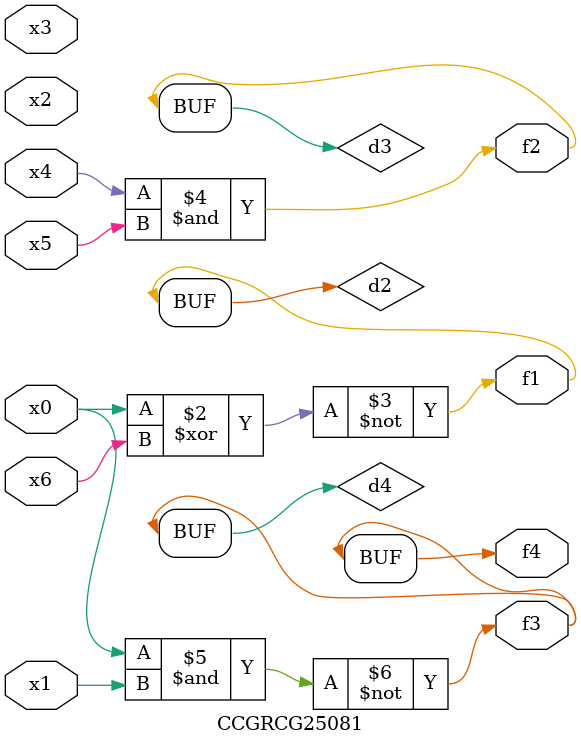
<source format=v>
module CCGRCG25081(
	input x0, x1, x2, x3, x4, x5, x6,
	output f1, f2, f3, f4
);

	wire d1, d2, d3, d4;

	nor (d1, x0);
	xnor (d2, x0, x6);
	and (d3, x4, x5);
	nand (d4, x0, x1);
	assign f1 = d2;
	assign f2 = d3;
	assign f3 = d4;
	assign f4 = d4;
endmodule

</source>
